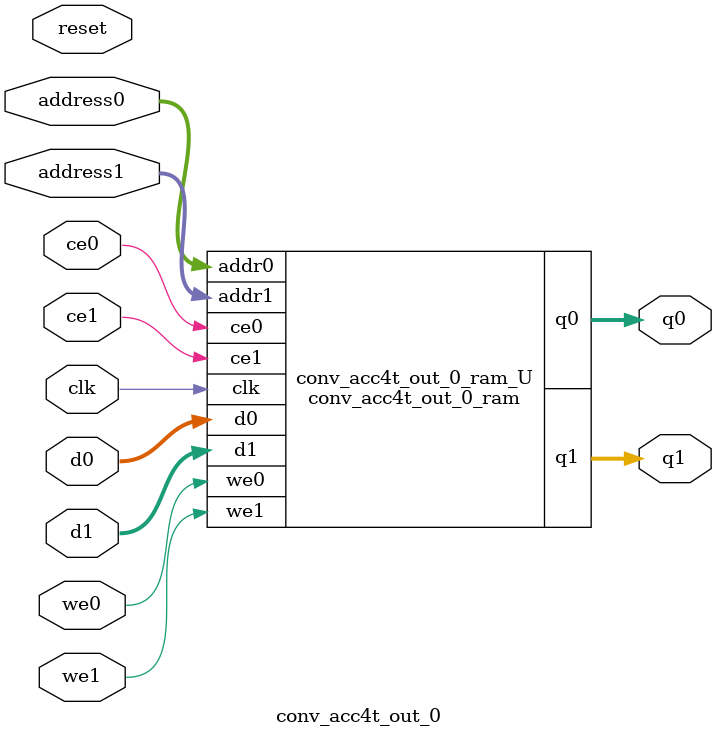
<source format=v>
`timescale 1 ns / 1 ps
module conv_acc4t_out_0_ram (addr0, ce0, d0, we0, q0, addr1, ce1, d1, we1, q1,  clk);

parameter DWIDTH = 32;
parameter AWIDTH = 8;
parameter MEM_SIZE = 196;

input[AWIDTH-1:0] addr0;
input ce0;
input[DWIDTH-1:0] d0;
input we0;
output reg[DWIDTH-1:0] q0;
input[AWIDTH-1:0] addr1;
input ce1;
input[DWIDTH-1:0] d1;
input we1;
output reg[DWIDTH-1:0] q1;
input clk;

reg [DWIDTH-1:0] ram[0:MEM_SIZE-1];




always @(posedge clk)  
begin 
    if (ce0) begin
        if (we0) 
            ram[addr0] <= d0; 
        q0 <= ram[addr0];
    end
end


always @(posedge clk)  
begin 
    if (ce1) begin
        if (we1) 
            ram[addr1] <= d1; 
        q1 <= ram[addr1];
    end
end


endmodule

`timescale 1 ns / 1 ps
module conv_acc4t_out_0(
    reset,
    clk,
    address0,
    ce0,
    we0,
    d0,
    q0,
    address1,
    ce1,
    we1,
    d1,
    q1);

parameter DataWidth = 32'd32;
parameter AddressRange = 32'd196;
parameter AddressWidth = 32'd8;
input reset;
input clk;
input[AddressWidth - 1:0] address0;
input ce0;
input we0;
input[DataWidth - 1:0] d0;
output[DataWidth - 1:0] q0;
input[AddressWidth - 1:0] address1;
input ce1;
input we1;
input[DataWidth - 1:0] d1;
output[DataWidth - 1:0] q1;



conv_acc4t_out_0_ram conv_acc4t_out_0_ram_U(
    .clk( clk ),
    .addr0( address0 ),
    .ce0( ce0 ),
    .we0( we0 ),
    .d0( d0 ),
    .q0( q0 ),
    .addr1( address1 ),
    .ce1( ce1 ),
    .we1( we1 ),
    .d1( d1 ),
    .q1( q1 ));

endmodule


</source>
